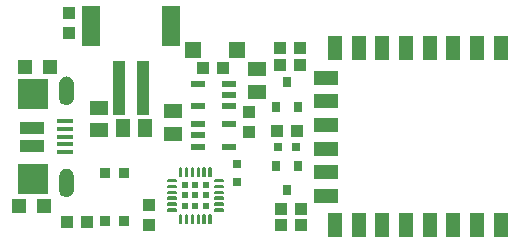
<source format=gbr>
G04 EAGLE Gerber RS-274X export*
G75*
%MOMM*%
%FSLAX34Y34*%
%LPD*%
%INSolderpaste Top*%
%IPPOS*%
%AMOC8*
5,1,8,0,0,1.08239X$1,22.5*%
G01*
%ADD10R,1.500000X1.240000*%
%ADD11R,1.000000X1.100000*%
%ADD12R,1.200000X0.550000*%
%ADD13R,1.400000X1.400000*%
%ADD14R,1.000000X4.600000*%
%ADD15R,1.600000X3.400000*%
%ADD16R,1.200000X1.200000*%
%ADD17R,1.100000X1.000000*%
%ADD18R,1.240000X1.500000*%
%ADD19R,1.200000X2.000000*%
%ADD20R,2.000000X1.200000*%
%ADD21R,0.900000X0.900000*%
%ADD22C,0.140000*%
%ADD23R,0.600000X0.600000*%
%ADD24R,1.350000X0.400000*%
%ADD25R,2.000000X1.000000*%
%ADD26R,2.500000X2.500000*%
%ADD27R,0.800000X0.800000*%
%ADD28R,0.800000X0.900000*%

G36*
X53548Y141173D02*
X53548Y141173D01*
X54822Y141373D01*
X54869Y141390D01*
X54959Y141411D01*
X56155Y141889D01*
X56198Y141916D01*
X56281Y141956D01*
X57341Y142688D01*
X57377Y142724D01*
X57448Y142782D01*
X58319Y143732D01*
X58346Y143774D01*
X58403Y143847D01*
X59040Y144967D01*
X59057Y145014D01*
X59096Y145097D01*
X59469Y146331D01*
X59474Y146381D01*
X59494Y146471D01*
X59583Y147756D01*
X59581Y147776D01*
X59584Y147800D01*
X59584Y158800D01*
X59582Y158815D01*
X59583Y158835D01*
X59522Y159961D01*
X59511Y160008D01*
X59503Y160084D01*
X59222Y161177D01*
X59202Y161221D01*
X59180Y161294D01*
X58692Y162311D01*
X58664Y162350D01*
X58627Y162417D01*
X57950Y163320D01*
X57915Y163353D01*
X57866Y163411D01*
X57026Y164164D01*
X56985Y164190D01*
X56925Y164238D01*
X55954Y164812D01*
X55909Y164829D01*
X55842Y164865D01*
X54777Y165239D01*
X54730Y165247D01*
X54657Y165269D01*
X53540Y165428D01*
X53512Y165427D01*
X53360Y165428D01*
X52244Y165269D01*
X52198Y165254D01*
X52123Y165239D01*
X51058Y164865D01*
X51016Y164841D01*
X50946Y164812D01*
X49975Y164238D01*
X49938Y164206D01*
X49874Y164164D01*
X49034Y163411D01*
X49005Y163374D01*
X48950Y163320D01*
X48273Y162417D01*
X48251Y162374D01*
X48208Y162311D01*
X47720Y161294D01*
X47707Y161247D01*
X47678Y161177D01*
X47397Y160084D01*
X47394Y160036D01*
X47378Y159961D01*
X47317Y158835D01*
X47319Y158819D01*
X47316Y158800D01*
X47316Y147800D01*
X47319Y147785D01*
X47317Y147765D01*
X47378Y146639D01*
X47390Y146592D01*
X47397Y146516D01*
X47678Y145423D01*
X47698Y145379D01*
X47720Y145306D01*
X48208Y144289D01*
X48237Y144250D01*
X48273Y144183D01*
X48950Y143280D01*
X48985Y143247D01*
X49034Y143189D01*
X49874Y142436D01*
X49915Y142410D01*
X49975Y142362D01*
X50946Y141788D01*
X50991Y141771D01*
X51058Y141735D01*
X52123Y141361D01*
X52170Y141353D01*
X52244Y141331D01*
X53360Y141172D01*
X53361Y141172D01*
X53548Y141173D01*
G37*
G36*
X53548Y63173D02*
X53548Y63173D01*
X54822Y63373D01*
X54869Y63390D01*
X54959Y63411D01*
X56155Y63889D01*
X56198Y63916D01*
X56281Y63956D01*
X57341Y64688D01*
X57377Y64724D01*
X57448Y64782D01*
X58319Y65732D01*
X58346Y65774D01*
X58403Y65847D01*
X59040Y66967D01*
X59057Y67014D01*
X59096Y67097D01*
X59469Y68331D01*
X59474Y68381D01*
X59494Y68471D01*
X59583Y69756D01*
X59581Y69776D01*
X59584Y69800D01*
X59584Y80800D01*
X59582Y80815D01*
X59583Y80835D01*
X59522Y81961D01*
X59511Y82008D01*
X59503Y82084D01*
X59222Y83177D01*
X59202Y83221D01*
X59180Y83294D01*
X58692Y84311D01*
X58664Y84350D01*
X58627Y84417D01*
X57950Y85320D01*
X57915Y85353D01*
X57866Y85411D01*
X57026Y86164D01*
X56985Y86190D01*
X56925Y86238D01*
X55954Y86812D01*
X55909Y86829D01*
X55842Y86865D01*
X54777Y87239D01*
X54730Y87247D01*
X54657Y87269D01*
X53540Y87428D01*
X53512Y87427D01*
X53360Y87428D01*
X52244Y87269D01*
X52198Y87254D01*
X52123Y87239D01*
X51058Y86865D01*
X51016Y86841D01*
X50946Y86812D01*
X49975Y86238D01*
X49938Y86206D01*
X49874Y86164D01*
X49034Y85411D01*
X49005Y85374D01*
X48950Y85320D01*
X48273Y84417D01*
X48251Y84374D01*
X48208Y84311D01*
X47720Y83294D01*
X47707Y83247D01*
X47678Y83177D01*
X47397Y82084D01*
X47394Y82036D01*
X47378Y81961D01*
X47317Y80835D01*
X47319Y80819D01*
X47316Y80800D01*
X47316Y69800D01*
X47319Y69785D01*
X47317Y69765D01*
X47378Y68639D01*
X47390Y68592D01*
X47397Y68516D01*
X47678Y67423D01*
X47698Y67379D01*
X47720Y67306D01*
X48208Y66289D01*
X48237Y66250D01*
X48273Y66183D01*
X48950Y65280D01*
X48985Y65247D01*
X49034Y65189D01*
X49874Y64436D01*
X49915Y64410D01*
X49975Y64362D01*
X50946Y63788D01*
X50991Y63771D01*
X51058Y63735D01*
X52123Y63361D01*
X52170Y63353D01*
X52244Y63331D01*
X53360Y63172D01*
X53361Y63172D01*
X53548Y63173D01*
G37*
D10*
X80880Y120090D03*
X80880Y139090D03*
D11*
X123020Y56250D03*
X123020Y39250D03*
D10*
X143660Y135900D03*
X143660Y116900D03*
D12*
X190801Y140360D03*
X190801Y149860D03*
X190801Y159360D03*
X164799Y159360D03*
X164799Y140360D03*
D13*
X197570Y187960D03*
X160570Y187960D03*
D14*
X97950Y156040D03*
X117950Y156040D03*
D15*
X73950Y208040D03*
X141950Y208040D03*
D12*
X164799Y125070D03*
X164799Y115570D03*
X164799Y106070D03*
X190801Y106070D03*
X190801Y125070D03*
D16*
X34630Y55880D03*
X13630Y55880D03*
D17*
X53730Y41910D03*
X70730Y41910D03*
D18*
X119990Y121920D03*
X100990Y121920D03*
D11*
X208280Y135500D03*
X208280Y118500D03*
D19*
X420920Y189300D03*
X400920Y189300D03*
X380920Y189300D03*
X360920Y189300D03*
X340920Y189300D03*
X320920Y189300D03*
X300920Y189300D03*
X280920Y189300D03*
X280920Y39300D03*
X300920Y39300D03*
X320920Y39300D03*
X340920Y39300D03*
X360920Y39300D03*
X380920Y39300D03*
X400920Y39300D03*
X420920Y39300D03*
D20*
X273220Y124300D03*
X273220Y104300D03*
X273220Y84300D03*
X273220Y64300D03*
X273220Y144300D03*
X273220Y164300D03*
D17*
X251070Y189230D03*
X234070Y189230D03*
X251070Y175260D03*
X234070Y175260D03*
X235340Y39370D03*
X252340Y39370D03*
X252340Y53340D03*
X235340Y53340D03*
D21*
X101980Y43000D03*
X85980Y43000D03*
X85980Y84000D03*
X101980Y84000D03*
D16*
X39075Y173355D03*
X18075Y173355D03*
D11*
X55880Y219320D03*
X55880Y202320D03*
D22*
X139260Y77970D02*
X145860Y77970D01*
X145860Y76570D01*
X139260Y76570D01*
X139260Y77970D01*
X139260Y77900D02*
X145860Y77900D01*
X145860Y72970D02*
X139260Y72970D01*
X145860Y72970D02*
X145860Y71570D01*
X139260Y71570D01*
X139260Y72970D01*
X139260Y72900D02*
X145860Y72900D01*
X145860Y67970D02*
X139260Y67970D01*
X145860Y67970D02*
X145860Y66570D01*
X139260Y66570D01*
X139260Y67970D01*
X139260Y67900D02*
X145860Y67900D01*
X145860Y62970D02*
X139260Y62970D01*
X145860Y62970D02*
X145860Y61570D01*
X139260Y61570D01*
X139260Y62970D01*
X139260Y62900D02*
X145860Y62900D01*
X145860Y57970D02*
X139260Y57970D01*
X145860Y57970D02*
X145860Y56570D01*
X139260Y56570D01*
X139260Y57970D01*
X139260Y57900D02*
X145860Y57900D01*
X145860Y52970D02*
X139260Y52970D01*
X145860Y52970D02*
X145860Y51570D01*
X139260Y51570D01*
X139260Y52970D01*
X139260Y52900D02*
X145860Y52900D01*
X150760Y48070D02*
X150760Y41470D01*
X149360Y41470D01*
X149360Y48070D01*
X150760Y48070D01*
X150760Y42800D02*
X149360Y42800D01*
X149360Y44130D02*
X150760Y44130D01*
X150760Y45460D02*
X149360Y45460D01*
X149360Y46790D02*
X150760Y46790D01*
X155760Y48070D02*
X155760Y41470D01*
X154360Y41470D01*
X154360Y48070D01*
X155760Y48070D01*
X155760Y42800D02*
X154360Y42800D01*
X154360Y44130D02*
X155760Y44130D01*
X155760Y45460D02*
X154360Y45460D01*
X154360Y46790D02*
X155760Y46790D01*
X160760Y48070D02*
X160760Y41470D01*
X159360Y41470D01*
X159360Y48070D01*
X160760Y48070D01*
X160760Y42800D02*
X159360Y42800D01*
X159360Y44130D02*
X160760Y44130D01*
X160760Y45460D02*
X159360Y45460D01*
X159360Y46790D02*
X160760Y46790D01*
X165760Y48070D02*
X165760Y41470D01*
X164360Y41470D01*
X164360Y48070D01*
X165760Y48070D01*
X165760Y42800D02*
X164360Y42800D01*
X164360Y44130D02*
X165760Y44130D01*
X165760Y45460D02*
X164360Y45460D01*
X164360Y46790D02*
X165760Y46790D01*
X170760Y48070D02*
X170760Y41470D01*
X169360Y41470D01*
X169360Y48070D01*
X170760Y48070D01*
X170760Y42800D02*
X169360Y42800D01*
X169360Y44130D02*
X170760Y44130D01*
X170760Y45460D02*
X169360Y45460D01*
X169360Y46790D02*
X170760Y46790D01*
X175760Y48070D02*
X175760Y41470D01*
X174360Y41470D01*
X174360Y48070D01*
X175760Y48070D01*
X175760Y42800D02*
X174360Y42800D01*
X174360Y44130D02*
X175760Y44130D01*
X175760Y45460D02*
X174360Y45460D01*
X174360Y46790D02*
X175760Y46790D01*
X179260Y51570D02*
X185860Y51570D01*
X179260Y51570D02*
X179260Y52970D01*
X185860Y52970D01*
X185860Y51570D01*
X185860Y52900D02*
X179260Y52900D01*
X179260Y56570D02*
X185860Y56570D01*
X179260Y56570D02*
X179260Y57970D01*
X185860Y57970D01*
X185860Y56570D01*
X185860Y57900D02*
X179260Y57900D01*
X179260Y61570D02*
X185860Y61570D01*
X179260Y61570D02*
X179260Y62970D01*
X185860Y62970D01*
X185860Y61570D01*
X185860Y62900D02*
X179260Y62900D01*
X179260Y66570D02*
X185860Y66570D01*
X179260Y66570D02*
X179260Y67970D01*
X185860Y67970D01*
X185860Y66570D01*
X185860Y67900D02*
X179260Y67900D01*
X179260Y71570D02*
X185860Y71570D01*
X179260Y71570D02*
X179260Y72970D01*
X185860Y72970D01*
X185860Y71570D01*
X185860Y72900D02*
X179260Y72900D01*
X179260Y76570D02*
X185860Y76570D01*
X179260Y76570D02*
X179260Y77970D01*
X185860Y77970D01*
X185860Y76570D01*
X185860Y77900D02*
X179260Y77900D01*
X174360Y81470D02*
X174360Y88070D01*
X175760Y88070D01*
X175760Y81470D01*
X174360Y81470D01*
X174360Y82800D02*
X175760Y82800D01*
X175760Y84130D02*
X174360Y84130D01*
X174360Y85460D02*
X175760Y85460D01*
X175760Y86790D02*
X174360Y86790D01*
X169360Y88070D02*
X169360Y81470D01*
X169360Y88070D02*
X170760Y88070D01*
X170760Y81470D01*
X169360Y81470D01*
X169360Y82800D02*
X170760Y82800D01*
X170760Y84130D02*
X169360Y84130D01*
X169360Y85460D02*
X170760Y85460D01*
X170760Y86790D02*
X169360Y86790D01*
X164360Y88070D02*
X164360Y81470D01*
X164360Y88070D02*
X165760Y88070D01*
X165760Y81470D01*
X164360Y81470D01*
X164360Y82800D02*
X165760Y82800D01*
X165760Y84130D02*
X164360Y84130D01*
X164360Y85460D02*
X165760Y85460D01*
X165760Y86790D02*
X164360Y86790D01*
X159360Y88070D02*
X159360Y81470D01*
X159360Y88070D02*
X160760Y88070D01*
X160760Y81470D01*
X159360Y81470D01*
X159360Y82800D02*
X160760Y82800D01*
X160760Y84130D02*
X159360Y84130D01*
X159360Y85460D02*
X160760Y85460D01*
X160760Y86790D02*
X159360Y86790D01*
X154360Y88070D02*
X154360Y81470D01*
X154360Y88070D02*
X155760Y88070D01*
X155760Y81470D01*
X154360Y81470D01*
X154360Y82800D02*
X155760Y82800D01*
X155760Y84130D02*
X154360Y84130D01*
X154360Y85460D02*
X155760Y85460D01*
X155760Y86790D02*
X154360Y86790D01*
X149360Y88070D02*
X149360Y81470D01*
X149360Y88070D02*
X150760Y88070D01*
X150760Y81470D01*
X149360Y81470D01*
X149360Y82800D02*
X150760Y82800D01*
X150760Y84130D02*
X149360Y84130D01*
X149360Y85460D02*
X150760Y85460D01*
X150760Y86790D02*
X149360Y86790D01*
D23*
X153560Y55770D03*
X162560Y64770D03*
X153560Y64770D03*
X153560Y73770D03*
X171560Y73770D03*
X171560Y55770D03*
X171560Y64770D03*
X162560Y73770D03*
X162560Y55770D03*
D24*
X52200Y127300D03*
X52200Y120800D03*
X52200Y114300D03*
X52200Y107800D03*
X52200Y101300D03*
D25*
X24450Y121800D03*
X24450Y106800D03*
D26*
X25450Y150300D03*
X25450Y78300D03*
D10*
X214630Y171425D03*
X214630Y152425D03*
D17*
X248530Y119380D03*
X231530Y119380D03*
D27*
X232410Y105410D03*
X247650Y105410D03*
D28*
X240030Y69010D03*
X230530Y90010D03*
X249530Y90010D03*
X240030Y160860D03*
X249530Y139860D03*
X230530Y139860D03*
D17*
X169300Y172720D03*
X186300Y172720D03*
D27*
X198120Y91440D03*
X198120Y76200D03*
M02*

</source>
